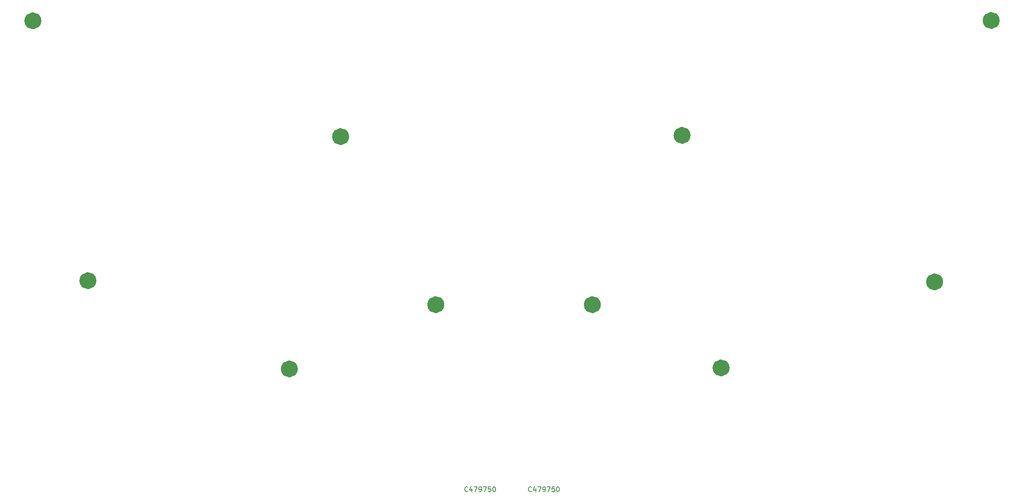
<source format=gbr>
%TF.GenerationSoftware,KiCad,Pcbnew,(6.0.4)*%
%TF.CreationDate,2022-11-04T17:16:24+01:00*%
%TF.ProjectId,Batreeq,42617472-6565-4712-9e6b-696361645f70,rev?*%
%TF.SameCoordinates,Original*%
%TF.FileFunction,Other,Comment*%
%FSLAX46Y46*%
G04 Gerber Fmt 4.6, Leading zero omitted, Abs format (unit mm)*
G04 Created by KiCad (PCBNEW (6.0.4)) date 2022-11-04 17:16:24*
%MOMM*%
%LPD*%
G01*
G04 APERTURE LIST*
%ADD10C,0.150000*%
%ADD11C,1.750000*%
G04 APERTURE END LIST*
D10*
%TO.C,J2*%
X140774035Y-136529142D02*
X140726416Y-136576761D01*
X140583559Y-136624380D01*
X140488321Y-136624380D01*
X140345464Y-136576761D01*
X140250226Y-136481523D01*
X140202607Y-136386285D01*
X140154988Y-136195809D01*
X140154988Y-136052952D01*
X140202607Y-135862476D01*
X140250226Y-135767238D01*
X140345464Y-135672000D01*
X140488321Y-135624380D01*
X140583559Y-135624380D01*
X140726416Y-135672000D01*
X140774035Y-135719619D01*
X141631178Y-135957714D02*
X141631178Y-136624380D01*
X141393083Y-135576761D02*
X141154988Y-136291047D01*
X141774035Y-136291047D01*
X142059750Y-135624380D02*
X142726416Y-135624380D01*
X142297845Y-136624380D01*
X143154988Y-136624380D02*
X143345464Y-136624380D01*
X143440702Y-136576761D01*
X143488321Y-136529142D01*
X143583559Y-136386285D01*
X143631178Y-136195809D01*
X143631178Y-135814857D01*
X143583559Y-135719619D01*
X143535940Y-135672000D01*
X143440702Y-135624380D01*
X143250226Y-135624380D01*
X143154988Y-135672000D01*
X143107369Y-135719619D01*
X143059750Y-135814857D01*
X143059750Y-136052952D01*
X143107369Y-136148190D01*
X143154988Y-136195809D01*
X143250226Y-136243428D01*
X143440702Y-136243428D01*
X143535940Y-136195809D01*
X143583559Y-136148190D01*
X143631178Y-136052952D01*
X143964512Y-135624380D02*
X144631178Y-135624380D01*
X144202607Y-136624380D01*
X145488321Y-135624380D02*
X145012131Y-135624380D01*
X144964512Y-136100571D01*
X145012131Y-136052952D01*
X145107369Y-136005333D01*
X145345464Y-136005333D01*
X145440702Y-136052952D01*
X145488321Y-136100571D01*
X145535940Y-136195809D01*
X145535940Y-136433904D01*
X145488321Y-136529142D01*
X145440702Y-136576761D01*
X145345464Y-136624380D01*
X145107369Y-136624380D01*
X145012131Y-136576761D01*
X144964512Y-136529142D01*
X146154988Y-135624380D02*
X146250226Y-135624380D01*
X146345464Y-135672000D01*
X146393083Y-135719619D01*
X146440702Y-135814857D01*
X146488321Y-136005333D01*
X146488321Y-136243428D01*
X146440702Y-136433904D01*
X146393083Y-136529142D01*
X146345464Y-136576761D01*
X146250226Y-136624380D01*
X146154988Y-136624380D01*
X146059750Y-136576761D01*
X146012131Y-136529142D01*
X145964512Y-136433904D01*
X145916893Y-136243428D01*
X145916893Y-136005333D01*
X145964512Y-135814857D01*
X146012131Y-135719619D01*
X146059750Y-135672000D01*
X146154988Y-135624380D01*
X140774035Y-136525142D02*
X140726416Y-136572761D01*
X140583559Y-136620380D01*
X140488321Y-136620380D01*
X140345464Y-136572761D01*
X140250226Y-136477523D01*
X140202607Y-136382285D01*
X140154988Y-136191809D01*
X140154988Y-136048952D01*
X140202607Y-135858476D01*
X140250226Y-135763238D01*
X140345464Y-135668000D01*
X140488321Y-135620380D01*
X140583559Y-135620380D01*
X140726416Y-135668000D01*
X140774035Y-135715619D01*
X141631178Y-135953714D02*
X141631178Y-136620380D01*
X141393083Y-135572761D02*
X141154988Y-136287047D01*
X141774035Y-136287047D01*
X142059750Y-135620380D02*
X142726416Y-135620380D01*
X142297845Y-136620380D01*
X143154988Y-136620380D02*
X143345464Y-136620380D01*
X143440702Y-136572761D01*
X143488321Y-136525142D01*
X143583559Y-136382285D01*
X143631178Y-136191809D01*
X143631178Y-135810857D01*
X143583559Y-135715619D01*
X143535940Y-135668000D01*
X143440702Y-135620380D01*
X143250226Y-135620380D01*
X143154988Y-135668000D01*
X143107369Y-135715619D01*
X143059750Y-135810857D01*
X143059750Y-136048952D01*
X143107369Y-136144190D01*
X143154988Y-136191809D01*
X143250226Y-136239428D01*
X143440702Y-136239428D01*
X143535940Y-136191809D01*
X143583559Y-136144190D01*
X143631178Y-136048952D01*
X143964512Y-135620380D02*
X144631178Y-135620380D01*
X144202607Y-136620380D01*
X145488321Y-135620380D02*
X145012131Y-135620380D01*
X144964512Y-136096571D01*
X145012131Y-136048952D01*
X145107369Y-136001333D01*
X145345464Y-136001333D01*
X145440702Y-136048952D01*
X145488321Y-136096571D01*
X145535940Y-136191809D01*
X145535940Y-136429904D01*
X145488321Y-136525142D01*
X145440702Y-136572761D01*
X145345464Y-136620380D01*
X145107369Y-136620380D01*
X145012131Y-136572761D01*
X144964512Y-136525142D01*
X146154988Y-135620380D02*
X146250226Y-135620380D01*
X146345464Y-135668000D01*
X146393083Y-135715619D01*
X146440702Y-135810857D01*
X146488321Y-136001333D01*
X146488321Y-136239428D01*
X146440702Y-136429904D01*
X146393083Y-136525142D01*
X146345464Y-136572761D01*
X146250226Y-136620380D01*
X146154988Y-136620380D01*
X146059750Y-136572761D01*
X146012131Y-136525142D01*
X145964512Y-136429904D01*
X145916893Y-136239428D01*
X145916893Y-136001333D01*
X145964512Y-135810857D01*
X146012131Y-135715619D01*
X146059750Y-135668000D01*
X146154988Y-135620380D01*
%TO.C,J1*%
X153915380Y-136519218D02*
X153867761Y-136566837D01*
X153724904Y-136614456D01*
X153629666Y-136614456D01*
X153486809Y-136566837D01*
X153391571Y-136471599D01*
X153343952Y-136376361D01*
X153296333Y-136185885D01*
X153296333Y-136043028D01*
X153343952Y-135852552D01*
X153391571Y-135757314D01*
X153486809Y-135662076D01*
X153629666Y-135614456D01*
X153724904Y-135614456D01*
X153867761Y-135662076D01*
X153915380Y-135709695D01*
X154772523Y-135947790D02*
X154772523Y-136614456D01*
X154534428Y-135566837D02*
X154296333Y-136281123D01*
X154915380Y-136281123D01*
X155201095Y-135614456D02*
X155867761Y-135614456D01*
X155439190Y-136614456D01*
X156296333Y-136614456D02*
X156486809Y-136614456D01*
X156582047Y-136566837D01*
X156629666Y-136519218D01*
X156724904Y-136376361D01*
X156772523Y-136185885D01*
X156772523Y-135804933D01*
X156724904Y-135709695D01*
X156677285Y-135662076D01*
X156582047Y-135614456D01*
X156391571Y-135614456D01*
X156296333Y-135662076D01*
X156248714Y-135709695D01*
X156201095Y-135804933D01*
X156201095Y-136043028D01*
X156248714Y-136138266D01*
X156296333Y-136185885D01*
X156391571Y-136233504D01*
X156582047Y-136233504D01*
X156677285Y-136185885D01*
X156724904Y-136138266D01*
X156772523Y-136043028D01*
X157105857Y-135614456D02*
X157772523Y-135614456D01*
X157343952Y-136614456D01*
X158629666Y-135614456D02*
X158153476Y-135614456D01*
X158105857Y-136090647D01*
X158153476Y-136043028D01*
X158248714Y-135995409D01*
X158486809Y-135995409D01*
X158582047Y-136043028D01*
X158629666Y-136090647D01*
X158677285Y-136185885D01*
X158677285Y-136423980D01*
X158629666Y-136519218D01*
X158582047Y-136566837D01*
X158486809Y-136614456D01*
X158248714Y-136614456D01*
X158153476Y-136566837D01*
X158105857Y-136519218D01*
X159296333Y-135614456D02*
X159391571Y-135614456D01*
X159486809Y-135662076D01*
X159534428Y-135709695D01*
X159582047Y-135804933D01*
X159629666Y-135995409D01*
X159629666Y-136233504D01*
X159582047Y-136423980D01*
X159534428Y-136519218D01*
X159486809Y-136566837D01*
X159391571Y-136614456D01*
X159296333Y-136614456D01*
X159201095Y-136566837D01*
X159153476Y-136519218D01*
X159105857Y-136423980D01*
X159058238Y-136233504D01*
X159058238Y-135995409D01*
X159105857Y-135804933D01*
X159153476Y-135709695D01*
X159201095Y-135662076D01*
X159296333Y-135614456D01*
X153915380Y-136523218D02*
X153867761Y-136570837D01*
X153724904Y-136618456D01*
X153629666Y-136618456D01*
X153486809Y-136570837D01*
X153391571Y-136475599D01*
X153343952Y-136380361D01*
X153296333Y-136189885D01*
X153296333Y-136047028D01*
X153343952Y-135856552D01*
X153391571Y-135761314D01*
X153486809Y-135666076D01*
X153629666Y-135618456D01*
X153724904Y-135618456D01*
X153867761Y-135666076D01*
X153915380Y-135713695D01*
X154772523Y-135951790D02*
X154772523Y-136618456D01*
X154534428Y-135570837D02*
X154296333Y-136285123D01*
X154915380Y-136285123D01*
X155201095Y-135618456D02*
X155867761Y-135618456D01*
X155439190Y-136618456D01*
X156296333Y-136618456D02*
X156486809Y-136618456D01*
X156582047Y-136570837D01*
X156629666Y-136523218D01*
X156724904Y-136380361D01*
X156772523Y-136189885D01*
X156772523Y-135808933D01*
X156724904Y-135713695D01*
X156677285Y-135666076D01*
X156582047Y-135618456D01*
X156391571Y-135618456D01*
X156296333Y-135666076D01*
X156248714Y-135713695D01*
X156201095Y-135808933D01*
X156201095Y-136047028D01*
X156248714Y-136142266D01*
X156296333Y-136189885D01*
X156391571Y-136237504D01*
X156582047Y-136237504D01*
X156677285Y-136189885D01*
X156724904Y-136142266D01*
X156772523Y-136047028D01*
X157105857Y-135618456D02*
X157772523Y-135618456D01*
X157343952Y-136618456D01*
X158629666Y-135618456D02*
X158153476Y-135618456D01*
X158105857Y-136094647D01*
X158153476Y-136047028D01*
X158248714Y-135999409D01*
X158486809Y-135999409D01*
X158582047Y-136047028D01*
X158629666Y-136094647D01*
X158677285Y-136189885D01*
X158677285Y-136427980D01*
X158629666Y-136523218D01*
X158582047Y-136570837D01*
X158486809Y-136618456D01*
X158248714Y-136618456D01*
X158153476Y-136570837D01*
X158105857Y-136523218D01*
X159296333Y-135618456D02*
X159391571Y-135618456D01*
X159486809Y-135666076D01*
X159534428Y-135713695D01*
X159582047Y-135808933D01*
X159629666Y-135999409D01*
X159629666Y-136237504D01*
X159582047Y-136427980D01*
X159534428Y-136523218D01*
X159486809Y-136570837D01*
X159391571Y-136618456D01*
X159296333Y-136618456D01*
X159201095Y-136570837D01*
X159153476Y-136523218D01*
X159105857Y-136427980D01*
X159058238Y-136237504D01*
X159058238Y-135999409D01*
X159105857Y-135808933D01*
X159153476Y-135713695D01*
X159201095Y-135666076D01*
X159296333Y-135618456D01*
%TO.C,H10*%
D11*
X167322346Y-98056076D02*
G75*
G03*
X167322346Y-98056076I-875000J0D01*
G01*
%TO.C,H8*%
X249496075Y-39434330D02*
G75*
G03*
X249496075Y-39434330I-875000J0D01*
G01*
%TO.C,H9*%
X135064343Y-98056079D02*
G75*
G03*
X135064343Y-98056079I-875000J0D01*
G01*
%TO.C,H3*%
X193848895Y-111098068D02*
G75*
G03*
X193848895Y-111098068I-875000J0D01*
G01*
%TO.C,H6*%
X115452344Y-63386078D02*
G75*
G03*
X115452344Y-63386078I-875000J0D01*
G01*
%TO.C,H2*%
X104885023Y-111310117D02*
G75*
G03*
X104885023Y-111310117I-875000J0D01*
G01*
%TO.C,H1*%
X63382345Y-93104077D02*
G75*
G03*
X63382345Y-93104077I-875000J0D01*
G01*
%TO.C,H7*%
X185810343Y-63132079D02*
G75*
G03*
X185810343Y-63132079I-875000J0D01*
G01*
%TO.C,H5*%
X52045667Y-39497354D02*
G75*
G03*
X52045667Y-39497354I-875000J0D01*
G01*
%TO.C,H4*%
X237840997Y-93358077D02*
G75*
G03*
X237840997Y-93358077I-875000J0D01*
G01*
%TD*%
M02*

</source>
